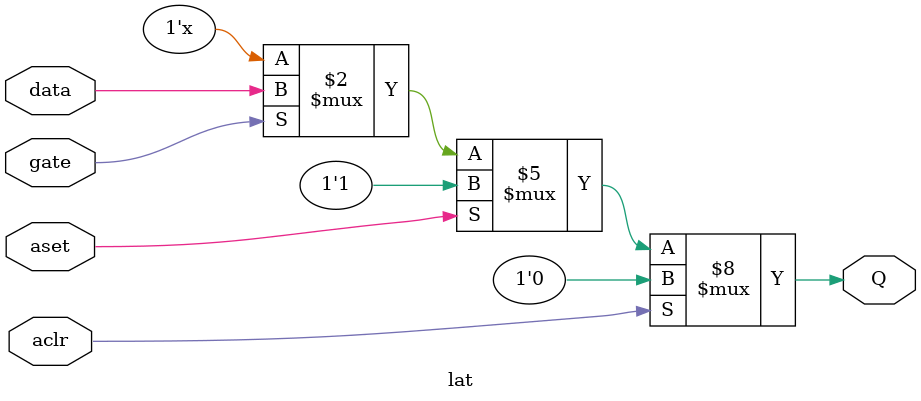
<source format=v>
module lat (aset,aclr,gate,data,Q);
parameter LAT_WIDTH=1;
input [LAT_WIDTH-1:0] data;
input aset,gate,aclr ;
output  reg [LAT_WIDTH-1:0]  Q;

always @(*) begin
	if (aclr) 
		Q<=0;
	else if (aset) 
	    Q<=1;	
   else if (gate)
        Q<=data;      
	

end
endmodule
</source>
